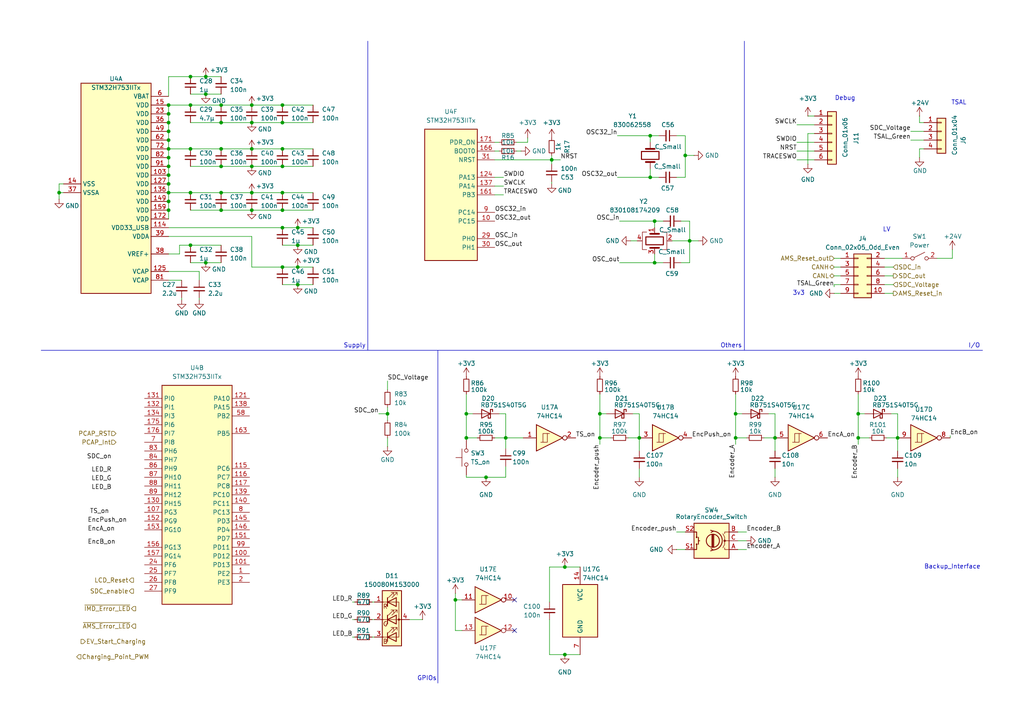
<source format=kicad_sch>
(kicad_sch
	(version 20231120)
	(generator "eeschema")
	(generator_version "8.0")
	(uuid "35b8a975-a1f8-4a47-8395-8e1ea283b386")
	(paper "A4")
	
	(junction
		(at 213.36 127)
		(diameter 0)
		(color 0 0 0 0)
		(uuid "03054f2e-9208-4716-83d7-1967059eae49")
	)
	(junction
		(at 173.99 120.015)
		(diameter 0)
		(color 0 0 0 0)
		(uuid "04edc9c4-6ba3-413b-80a1-5be3abfb178c")
	)
	(junction
		(at 48.895 58.42)
		(diameter 0)
		(color 0 0 0 0)
		(uuid "0639ff6d-0fa4-4a92-9101-ae69b2e89fd2")
	)
	(junction
		(at 135.255 127)
		(diameter 0)
		(color 0 0 0 0)
		(uuid "0da62957-c2c4-4942-91bd-ffb8d4251c5e")
	)
	(junction
		(at 59.69 22.225)
		(diameter 0)
		(color 0 0 0 0)
		(uuid "0fb52946-5285-4acc-80fc-8023aaa28b8f")
	)
	(junction
		(at 55.245 30.48)
		(diameter 0)
		(color 0 0 0 0)
		(uuid "1277a601-4d5f-42fb-a0c5-a1f18ba0016e")
	)
	(junction
		(at 260.35 127)
		(diameter 0)
		(color 0 0 0 0)
		(uuid "1ec9d057-6b69-4bff-b2f9-d0b216a47459")
	)
	(junction
		(at 185.42 127)
		(diameter 0)
		(color 0 0 0 0)
		(uuid "1fbd7fc5-8c6d-4ada-afcb-22c60ceb9e34")
	)
	(junction
		(at 132.08 173.99)
		(diameter 0)
		(color 0 0 0 0)
		(uuid "2372f2f0-8b6b-4ba0-8156-48184e2d7c4f")
	)
	(junction
		(at 163.83 164.465)
		(diameter 0)
		(color 0 0 0 0)
		(uuid "32af624e-2218-4443-87a1-2186e9d667d8")
	)
	(junction
		(at 248.92 120.015)
		(diameter 0)
		(color 0 0 0 0)
		(uuid "37d9dbe4-82b9-4615-805a-2f19a542c56e")
	)
	(junction
		(at 173.99 127)
		(diameter 0)
		(color 0 0 0 0)
		(uuid "384fafa7-2dc2-475f-b12a-20aa52e1d930")
	)
	(junction
		(at 112.395 120.015)
		(diameter 0)
		(color 0 0 0 0)
		(uuid "38d409b5-2312-4643-b1fc-fd0131fce598")
	)
	(junction
		(at 55.245 55.88)
		(diameter 0)
		(color 0 0 0 0)
		(uuid "3a44a5b6-35e6-477b-bf34-724cef99df7e")
	)
	(junction
		(at 48.895 30.48)
		(diameter 0)
		(color 0 0 0 0)
		(uuid "3b2e415b-e57a-4f5e-b680-987d6e0ee75d")
	)
	(junction
		(at 64.135 43.18)
		(diameter 0)
		(color 0 0 0 0)
		(uuid "412c5816-2822-46ca-a32f-61cb431bfe1e")
	)
	(junction
		(at 48.895 33.02)
		(diameter 0)
		(color 0 0 0 0)
		(uuid "430d2d22-0f07-45e6-a066-ebb18e98b45d")
	)
	(junction
		(at 81.915 77.47)
		(diameter 0)
		(color 0 0 0 0)
		(uuid "432f5d77-435d-4ec6-8d84-c3578eca972e")
	)
	(junction
		(at 73.025 48.26)
		(diameter 0)
		(color 0 0 0 0)
		(uuid "43f5a8a8-38be-4f74-81aa-71bbc42e5709")
	)
	(junction
		(at 248.92 127)
		(diameter 0)
		(color 0 0 0 0)
		(uuid "46587df5-c4cb-464f-b081-46b2e985f2df")
	)
	(junction
		(at 86.36 82.55)
		(diameter 0)
		(color 0 0 0 0)
		(uuid "4904ae19-57ee-4766-a793-026af6184969")
	)
	(junction
		(at 48.895 55.88)
		(diameter 0)
		(color 0 0 0 0)
		(uuid "4a33e8c1-b15f-4db0-b29d-1dd2148aad9a")
	)
	(junction
		(at 73.025 55.88)
		(diameter 0)
		(color 0 0 0 0)
		(uuid "4bd9b2ee-526d-4e54-8543-852c7a6f1074")
	)
	(junction
		(at 48.895 38.1)
		(diameter 0)
		(color 0 0 0 0)
		(uuid "4bef900f-dc66-42af-b560-e8cc8d6a6bce")
	)
	(junction
		(at 48.895 35.56)
		(diameter 0)
		(color 0 0 0 0)
		(uuid "4c2b925c-0792-420d-8f18-1f562d9b6ba2")
	)
	(junction
		(at 86.36 71.12)
		(diameter 0)
		(color 0 0 0 0)
		(uuid "4ff38491-b732-4bec-930a-4ca407ceb858")
	)
	(junction
		(at 198.755 45.085)
		(diameter 0)
		(color 0 0 0 0)
		(uuid "556ed635-fced-44e3-845c-f708c990d149")
	)
	(junction
		(at 163.83 189.865)
		(diameter 0)
		(color 0 0 0 0)
		(uuid "57546ade-761b-45ef-9890-daec7eb5d082")
	)
	(junction
		(at 81.915 66.04)
		(diameter 0)
		(color 0 0 0 0)
		(uuid "58f143f7-5a5b-4ff8-89cf-03a63964eb53")
	)
	(junction
		(at 189.865 64.135)
		(diameter 0)
		(color 0 0 0 0)
		(uuid "592f8bd9-4310-4fe4-b840-3718d5a08ff0")
	)
	(junction
		(at 73.025 35.56)
		(diameter 0)
		(color 0 0 0 0)
		(uuid "5a46c399-0f9f-4049-86b9-32bfb792b0a4")
	)
	(junction
		(at 55.245 22.225)
		(diameter 0)
		(color 0 0 0 0)
		(uuid "5ee7831a-b9cd-4699-8b90-ccd7a33a516a")
	)
	(junction
		(at 81.915 60.96)
		(diameter 0)
		(color 0 0 0 0)
		(uuid "62af3ba4-2380-4137-9c4c-8f703fa148db")
	)
	(junction
		(at 224.79 127)
		(diameter 0)
		(color 0 0 0 0)
		(uuid "68357784-7318-43f3-becd-152fcf669e7d")
	)
	(junction
		(at 73.025 30.48)
		(diameter 0)
		(color 0 0 0 0)
		(uuid "6b4ae941-68bd-4806-b564-6051c3e374f6")
	)
	(junction
		(at 48.895 45.72)
		(diameter 0)
		(color 0 0 0 0)
		(uuid "6e7d6e8b-008e-46f2-97bf-300e301fcdc5")
	)
	(junction
		(at 59.69 27.305)
		(diameter 0)
		(color 0 0 0 0)
		(uuid "84972f59-b0b8-441f-aae9-7917b0ac015f")
	)
	(junction
		(at 73.025 43.18)
		(diameter 0)
		(color 0 0 0 0)
		(uuid "84d185bd-171c-460f-91bf-66aa757880e7")
	)
	(junction
		(at 64.135 35.56)
		(diameter 0)
		(color 0 0 0 0)
		(uuid "8a3e42ba-433e-476e-bec8-923cd84f46fb")
	)
	(junction
		(at 48.895 50.8)
		(diameter 0)
		(color 0 0 0 0)
		(uuid "93864b3d-3224-4702-bf3d-2ed04340069c")
	)
	(junction
		(at 86.36 77.47)
		(diameter 0)
		(color 0 0 0 0)
		(uuid "9e0818cf-2913-43d0-81ad-5fd7c6a3ddb1")
	)
	(junction
		(at 140.97 138.43)
		(diameter 0)
		(color 0 0 0 0)
		(uuid "a2af58c6-5f1e-4b3e-b0c0-12a279005486")
	)
	(junction
		(at 64.135 48.26)
		(diameter 0)
		(color 0 0 0 0)
		(uuid "a8da62c7-b5b2-4a05-8568-ce944b258201")
	)
	(junction
		(at 189.865 76.2)
		(diameter 0)
		(color 0 0 0 0)
		(uuid "ac9f37a4-8446-4a5b-a6ff-9f608799a097")
	)
	(junction
		(at 48.895 48.26)
		(diameter 0)
		(color 0 0 0 0)
		(uuid "b510fd1a-117a-465f-a751-9a561bd2ac96")
	)
	(junction
		(at 48.895 40.64)
		(diameter 0)
		(color 0 0 0 0)
		(uuid "b530e2a2-741c-4c76-ace0-7d60e6d206ce")
	)
	(junction
		(at 135.255 120.015)
		(diameter 0)
		(color 0 0 0 0)
		(uuid "b5323042-cbc4-4c6d-8b55-da362d9db400")
	)
	(junction
		(at 81.915 55.88)
		(diameter 0)
		(color 0 0 0 0)
		(uuid "bca7b570-75fa-40a7-a5dd-b415eee9e6fa")
	)
	(junction
		(at 81.915 48.26)
		(diameter 0)
		(color 0 0 0 0)
		(uuid "bcf0274b-9b82-4ddd-b442-da13a9d22e46")
	)
	(junction
		(at 55.245 71.12)
		(diameter 0)
		(color 0 0 0 0)
		(uuid "bdeb1722-eb35-4647-a7e0-350ed2e01785")
	)
	(junction
		(at 200.025 69.85)
		(diameter 0)
		(color 0 0 0 0)
		(uuid "c2234057-b903-484a-a2e3-a32a8859901c")
	)
	(junction
		(at 73.025 60.96)
		(diameter 0)
		(color 0 0 0 0)
		(uuid "c55b6c0a-705b-4ad7-afc8-beda683bc62e")
	)
	(junction
		(at 55.245 43.18)
		(diameter 0)
		(color 0 0 0 0)
		(uuid "ced6b67c-b589-447b-b173-eb3d5278bd77")
	)
	(junction
		(at 86.36 66.04)
		(diameter 0)
		(color 0 0 0 0)
		(uuid "ceeeb9fd-c3cf-438c-9822-df85739f3524")
	)
	(junction
		(at 160.02 46.355)
		(diameter 0)
		(color 0 0 0 0)
		(uuid "d01fb329-49c1-4312-9a86-8c2522e92a75")
	)
	(junction
		(at 188.595 51.435)
		(diameter 0)
		(color 0 0 0 0)
		(uuid "d62f36d0-5342-483c-96b2-d979dd1cfd28")
	)
	(junction
		(at 188.595 39.37)
		(diameter 0)
		(color 0 0 0 0)
		(uuid "d7b6fc6c-855c-4ad5-b8db-ffb1631d4d8e")
	)
	(junction
		(at 17.145 55.88)
		(diameter 0)
		(color 0 0 0 0)
		(uuid "da4a391a-8756-4bbe-ad5d-6a5d7cc0698f")
	)
	(junction
		(at 59.69 76.2)
		(diameter 0)
		(color 0 0 0 0)
		(uuid "dc976682-daa7-427b-b632-e4e6f1b2f4a5")
	)
	(junction
		(at 146.685 127)
		(diameter 0)
		(color 0 0 0 0)
		(uuid "ddd035ed-81df-49e3-9245-82755440f4a5")
	)
	(junction
		(at 48.895 53.34)
		(diameter 0)
		(color 0 0 0 0)
		(uuid "e0d34c7c-a2c8-4d45-a4be-7edc074c7759")
	)
	(junction
		(at 213.36 120.015)
		(diameter 0)
		(color 0 0 0 0)
		(uuid "e28988d6-1ee7-4e20-9f02-35f81af9ff26")
	)
	(junction
		(at 81.915 30.48)
		(diameter 0)
		(color 0 0 0 0)
		(uuid "e6ae9a3e-d48c-4e18-9235-74fe81b4c978")
	)
	(junction
		(at 48.895 60.96)
		(diameter 0)
		(color 0 0 0 0)
		(uuid "eea696d1-0980-4f7d-9ba9-1ff3dcb2b606")
	)
	(junction
		(at 64.135 55.88)
		(diameter 0)
		(color 0 0 0 0)
		(uuid "f3f74bf6-10b1-4218-bfb6-61ef3118c054")
	)
	(junction
		(at 64.135 60.96)
		(diameter 0)
		(color 0 0 0 0)
		(uuid "f5150f2b-4683-49e5-a470-3066104142ee")
	)
	(junction
		(at 48.895 43.18)
		(diameter 0)
		(color 0 0 0 0)
		(uuid "f5abb69e-3023-40b6-8c88-ffed31815111")
	)
	(junction
		(at 64.135 30.48)
		(diameter 0)
		(color 0 0 0 0)
		(uuid "f71381d7-d154-4117-8ffa-0d9e641e8953")
	)
	(junction
		(at 81.915 43.18)
		(diameter 0)
		(color 0 0 0 0)
		(uuid "fa07ce36-60e8-4ebb-8b80-5cc0f863054d")
	)
	(junction
		(at 81.915 35.56)
		(diameter 0)
		(color 0 0 0 0)
		(uuid "fea021c6-6169-4cbd-bd9b-0c0e6e7bdfc0")
	)
	(no_connect
		(at 149.225 182.88)
		(uuid "29403ca2-cc18-4015-b634-200487c369b9")
	)
	(no_connect
		(at 149.225 173.99)
		(uuid "8cf95af1-9033-42fe-8297-3430137568f8")
	)
	(wire
		(pts
			(xy 17.145 53.34) (xy 17.145 55.88)
		)
		(stroke
			(width 0)
			(type default)
		)
		(uuid "032e93c1-425f-4fcb-aba6-03ae1c74082b")
	)
	(wire
		(pts
			(xy 48.895 48.26) (xy 48.895 50.8)
		)
		(stroke
			(width 0)
			(type default)
		)
		(uuid "04debeef-549a-4c39-927b-69f1f0139e70")
	)
	(wire
		(pts
			(xy 102.235 184.785) (xy 102.87 184.785)
		)
		(stroke
			(width 0)
			(type default)
		)
		(uuid "05c2eb4c-a567-4a7b-9a8b-6cba89516905")
	)
	(wire
		(pts
			(xy 163.83 164.465) (xy 159.385 164.465)
		)
		(stroke
			(width 0)
			(type default)
		)
		(uuid "07a82d9a-9ca8-4d08-8726-f180541b7083")
	)
	(wire
		(pts
			(xy 81.915 82.55) (xy 86.36 82.55)
		)
		(stroke
			(width 0)
			(type default)
		)
		(uuid "0897e0f0-120b-400e-bb14-897e40e7b02d")
	)
	(wire
		(pts
			(xy 48.895 43.18) (xy 48.895 45.72)
		)
		(stroke
			(width 0)
			(type default)
		)
		(uuid "097118d6-edc8-4348-b70f-10344c435092")
	)
	(wire
		(pts
			(xy 276.225 74.93) (xy 271.78 74.93)
		)
		(stroke
			(width 0)
			(type default)
		)
		(uuid "0abfaed6-42e2-4ebd-ac06-07b93585aba9")
	)
	(wire
		(pts
			(xy 213.36 127) (xy 213.36 120.015)
		)
		(stroke
			(width 0)
			(type default)
		)
		(uuid "0acb257e-2494-4ba3-9e68-77f675c74b58")
	)
	(wire
		(pts
			(xy 132.08 173.99) (xy 133.985 173.99)
		)
		(stroke
			(width 0)
			(type default)
		)
		(uuid "0c12a21c-7010-4ff8-acfb-f02a5c09dbb8")
	)
	(wire
		(pts
			(xy 146.685 127) (xy 151.765 127)
		)
		(stroke
			(width 0)
			(type default)
		)
		(uuid "0e5f22db-72f3-49e0-b658-3e455ab37c78")
	)
	(wire
		(pts
			(xy 198.755 39.37) (xy 196.215 39.37)
		)
		(stroke
			(width 0)
			(type default)
		)
		(uuid "0f6e8366-0d81-4da7-9f30-62173a06d853")
	)
	(wire
		(pts
			(xy 179.07 51.435) (xy 188.595 51.435)
		)
		(stroke
			(width 0)
			(type default)
		)
		(uuid "0f761e8c-44a9-43ba-8303-ba52fba04da2")
	)
	(wire
		(pts
			(xy 81.915 30.48) (xy 90.805 30.48)
		)
		(stroke
			(width 0)
			(type default)
		)
		(uuid "0fa1f5e0-0ffe-4f7d-bf74-e541cdb35448")
	)
	(wire
		(pts
			(xy 55.245 27.305) (xy 59.69 27.305)
		)
		(stroke
			(width 0)
			(type default)
		)
		(uuid "104524c5-4e85-46bb-8fcf-6e42d9b60b65")
	)
	(wire
		(pts
			(xy 196.215 154.305) (xy 198.755 154.305)
		)
		(stroke
			(width 0)
			(type default)
		)
		(uuid "10bcdded-64db-4cbe-937c-70873d7cfb8e")
	)
	(wire
		(pts
			(xy 188.595 48.895) (xy 188.595 51.435)
		)
		(stroke
			(width 0)
			(type default)
		)
		(uuid "11e88f10-3504-432d-b8ed-d3a2e1236c08")
	)
	(wire
		(pts
			(xy 159.385 179.705) (xy 159.385 189.865)
		)
		(stroke
			(width 0)
			(type default)
		)
		(uuid "12993ed2-1dc1-4d0e-86ff-959c1d8c40f6")
	)
	(wire
		(pts
			(xy 191.135 39.37) (xy 188.595 39.37)
		)
		(stroke
			(width 0)
			(type default)
		)
		(uuid "13465972-5b15-4360-a8d8-10dafd7f715f")
	)
	(wire
		(pts
			(xy 48.895 78.74) (xy 57.785 78.74)
		)
		(stroke
			(width 0)
			(type default)
		)
		(uuid "148b4878-4176-450e-a5d5-e6bfe383516f")
	)
	(wire
		(pts
			(xy 276.225 72.39) (xy 276.225 74.93)
		)
		(stroke
			(width 0)
			(type default)
		)
		(uuid "149f6158-2d55-4904-9005-6a7af8f5b0bd")
	)
	(wire
		(pts
			(xy 48.895 68.58) (xy 73.025 68.58)
		)
		(stroke
			(width 0)
			(type default)
		)
		(uuid "17aaff2b-efe1-44db-8c2b-80df99259895")
	)
	(wire
		(pts
			(xy 266.7 45.72) (xy 266.7 43.18)
		)
		(stroke
			(width 0)
			(type default)
		)
		(uuid "17af4a42-5d6e-4b1d-a623-823e298f89ff")
	)
	(wire
		(pts
			(xy 248.92 127) (xy 248.92 120.015)
		)
		(stroke
			(width 0)
			(type default)
		)
		(uuid "189cc12e-17f9-4ac7-a5e3-046d825e6b14")
	)
	(wire
		(pts
			(xy 86.36 66.04) (xy 90.805 66.04)
		)
		(stroke
			(width 0)
			(type default)
		)
		(uuid "1a1d5fa7-6a93-453f-bf03-bdc034a2e77b")
	)
	(wire
		(pts
			(xy 81.915 55.88) (xy 90.805 55.88)
		)
		(stroke
			(width 0)
			(type default)
		)
		(uuid "1c4dff5e-c946-4edf-b17e-21144a60469e")
	)
	(wire
		(pts
			(xy 241.935 77.47) (xy 243.84 77.47)
		)
		(stroke
			(width 0)
			(type default)
		)
		(uuid "1d2e0e02-2515-4d66-aeb3-65162d89a3f4")
	)
	(wire
		(pts
			(xy 153.035 41.275) (xy 149.86 41.275)
		)
		(stroke
			(width 0)
			(type default)
		)
		(uuid "1f04f8da-308f-4d4b-b645-ba6a9e3ab5d0")
	)
	(wire
		(pts
			(xy 64.135 30.48) (xy 73.025 30.48)
		)
		(stroke
			(width 0)
			(type default)
		)
		(uuid "1faf3668-c96e-4421-a896-b7c77f08f668")
	)
	(wire
		(pts
			(xy 48.895 81.28) (xy 52.705 81.28)
		)
		(stroke
			(width 0)
			(type default)
		)
		(uuid "1ffb5664-1168-4c3c-85d6-4fdbdf0c4e6e")
	)
	(wire
		(pts
			(xy 264.16 38.1) (xy 267.97 38.1)
		)
		(stroke
			(width 0)
			(type default)
		)
		(uuid "24d23fd4-dde8-468b-82b9-b8390fc82a84")
	)
	(wire
		(pts
			(xy 135.255 120.015) (xy 135.255 114.3)
		)
		(stroke
			(width 0)
			(type default)
		)
		(uuid "24dd2109-d885-4f25-9b95-438c9c83cf53")
	)
	(wire
		(pts
			(xy 179.705 76.2) (xy 189.865 76.2)
		)
		(stroke
			(width 0)
			(type default)
		)
		(uuid "253dfb7b-e994-492e-9366-0b579cd2b921")
	)
	(wire
		(pts
			(xy 143.51 56.515) (xy 146.05 56.515)
		)
		(stroke
			(width 0)
			(type default)
		)
		(uuid "2648ca35-0d3b-41fc-a0c7-4426c47646af")
	)
	(wire
		(pts
			(xy 182.245 127) (xy 185.42 127)
		)
		(stroke
			(width 0)
			(type default)
		)
		(uuid "2648ed24-8d46-4019-81af-59cb3d3be6ef")
	)
	(wire
		(pts
			(xy 160.02 45.085) (xy 160.02 46.355)
		)
		(stroke
			(width 0)
			(type default)
		)
		(uuid "26c33951-823a-4537-8b37-6d067360a301")
	)
	(wire
		(pts
			(xy 185.42 127) (xy 185.42 130.81)
		)
		(stroke
			(width 0)
			(type default)
		)
		(uuid "2cdd5f51-0d96-4792-81bb-d51b64b09cb3")
	)
	(wire
		(pts
			(xy 48.895 22.225) (xy 55.245 22.225)
		)
		(stroke
			(width 0)
			(type default)
		)
		(uuid "309416c5-01a5-479d-b151-4aa15c679aae")
	)
	(wire
		(pts
			(xy 73.025 77.47) (xy 81.915 77.47)
		)
		(stroke
			(width 0)
			(type default)
		)
		(uuid "310b3c16-f636-42e3-92d9-8323bba36848")
	)
	(wire
		(pts
			(xy 64.135 35.56) (xy 73.025 35.56)
		)
		(stroke
			(width 0)
			(type default)
		)
		(uuid "330ea2aa-85e8-4ceb-99f4-7100f8ce0417")
	)
	(wire
		(pts
			(xy 160.02 46.355) (xy 162.56 46.355)
		)
		(stroke
			(width 0)
			(type default)
		)
		(uuid "347806f3-c012-4e14-b373-8933bd8734e0")
	)
	(wire
		(pts
			(xy 59.69 22.225) (xy 64.135 22.225)
		)
		(stroke
			(width 0)
			(type default)
		)
		(uuid "36718045-fcd1-41c9-be9f-27d2b1210fea")
	)
	(wire
		(pts
			(xy 64.135 55.88) (xy 73.025 55.88)
		)
		(stroke
			(width 0)
			(type default)
		)
		(uuid "36d2f170-42d7-42b6-bedf-1e807c2cdfa4")
	)
	(wire
		(pts
			(xy 132.08 182.88) (xy 133.985 182.88)
		)
		(stroke
			(width 0)
			(type default)
		)
		(uuid "37e53374-fbe2-4c94-9df6-af2d252aceb1")
	)
	(wire
		(pts
			(xy 215.265 120.015) (xy 213.36 120.015)
		)
		(stroke
			(width 0)
			(type default)
		)
		(uuid "3d2600c5-4b7c-4f1d-afa3-11b5c6dcb5c5")
	)
	(wire
		(pts
			(xy 48.895 40.64) (xy 48.895 43.18)
		)
		(stroke
			(width 0)
			(type default)
		)
		(uuid "3ef07bc0-0d1b-4958-a3ce-4224cfe09f5c")
	)
	(wire
		(pts
			(xy 143.51 43.815) (xy 144.78 43.815)
		)
		(stroke
			(width 0)
			(type default)
		)
		(uuid "403943a3-7606-4350-b9f9-7a83a426e950")
	)
	(wire
		(pts
			(xy 55.245 71.12) (xy 64.135 71.12)
		)
		(stroke
			(width 0)
			(type default)
		)
		(uuid "41a4017a-ed14-481c-94d2-358f975fdabf")
	)
	(wire
		(pts
			(xy 146.685 135.255) (xy 146.685 138.43)
		)
		(stroke
			(width 0)
			(type default)
		)
		(uuid "42a6c1c1-0bec-4a64-ba97-022485632b2c")
	)
	(wire
		(pts
			(xy 196.215 159.385) (xy 198.755 159.385)
		)
		(stroke
			(width 0)
			(type default)
		)
		(uuid "45efd4b5-380f-4cd4-904f-cf4fa9f9daec")
	)
	(wire
		(pts
			(xy 86.36 77.47) (xy 90.805 77.47)
		)
		(stroke
			(width 0)
			(type default)
		)
		(uuid "4744999c-668b-4ef7-aadc-3605c6b773bc")
	)
	(wire
		(pts
			(xy 185.42 120.015) (xy 183.515 120.015)
		)
		(stroke
			(width 0)
			(type default)
		)
		(uuid "49c65d79-8bc2-442d-ab86-201154fc87cc")
	)
	(wire
		(pts
			(xy 241.935 82.55) (xy 243.84 82.55)
		)
		(stroke
			(width 0)
			(type default)
		)
		(uuid "4a8c75fc-97c8-4a4c-ae30-d2dd3740701b")
	)
	(wire
		(pts
			(xy 81.915 66.04) (xy 86.36 66.04)
		)
		(stroke
			(width 0)
			(type default)
		)
		(uuid "4b920d01-933a-491c-99e7-03b14beb823a")
	)
	(wire
		(pts
			(xy 18.415 55.88) (xy 17.145 55.88)
		)
		(stroke
			(width 0)
			(type default)
		)
		(uuid "4d5c3bc0-56ca-42fc-9e4b-f425c7170797")
	)
	(wire
		(pts
			(xy 52.07 73.66) (xy 52.07 71.12)
		)
		(stroke
			(width 0)
			(type default)
		)
		(uuid "50907a1c-ae3b-4cb2-8b1f-a2bbd698e6e7")
	)
	(wire
		(pts
			(xy 198.755 45.085) (xy 198.755 39.37)
		)
		(stroke
			(width 0)
			(type default)
		)
		(uuid "50b98742-cad0-4c19-a7a0-a62a29ac5fcc")
	)
	(wire
		(pts
			(xy 224.79 120.015) (xy 222.885 120.015)
		)
		(stroke
			(width 0)
			(type default)
		)
		(uuid "5191c369-027d-4092-b2b8-93d2603c665e")
	)
	(wire
		(pts
			(xy 260.35 135.89) (xy 260.35 138.43)
		)
		(stroke
			(width 0)
			(type default)
		)
		(uuid "5248ae66-747b-402d-b1e1-3923ddbceb53")
	)
	(wire
		(pts
			(xy 112.395 129.54) (xy 112.395 127)
		)
		(stroke
			(width 0)
			(type default)
		)
		(uuid "55392592-7026-4f7e-ac69-d16b34d6c332")
	)
	(wire
		(pts
			(xy 192.405 64.135) (xy 189.865 64.135)
		)
		(stroke
			(width 0)
			(type default)
		)
		(uuid "555e9d66-742b-4eec-a060-e02888a73929")
	)
	(wire
		(pts
			(xy 146.685 127) (xy 146.685 120.015)
		)
		(stroke
			(width 0)
			(type default)
		)
		(uuid "55cfb840-558a-4935-83f9-4eb19eacb4b8")
	)
	(wire
		(pts
			(xy 143.51 51.435) (xy 146.05 51.435)
		)
		(stroke
			(width 0)
			(type default)
		)
		(uuid "57d04a43-6d2e-4867-91ea-a8b774abf2a0")
	)
	(wire
		(pts
			(xy 189.865 64.135) (xy 189.865 66.04)
		)
		(stroke
			(width 0)
			(type default)
		)
		(uuid "5a7fb71b-fa03-4ad2-9d6d-61e0ee9e0398")
	)
	(wire
		(pts
			(xy 59.69 76.2) (xy 64.135 76.2)
		)
		(stroke
			(width 0)
			(type default)
		)
		(uuid "5aff9e20-a3fa-44e2-b265-1bacc7296e59")
	)
	(polyline
		(pts
			(xy 215.9 11.938) (xy 215.9 101.6)
		)
		(stroke
			(width 0)
			(type default)
		)
		(uuid "5d5a5bf6-27d1-48b9-96a5-b3ec58aa8e29")
	)
	(wire
		(pts
			(xy 160.02 47.625) (xy 160.02 46.355)
		)
		(stroke
			(width 0)
			(type default)
		)
		(uuid "60b71a6b-1157-4946-bc97-0a3329be562e")
	)
	(wire
		(pts
			(xy 163.83 189.865) (xy 168.275 189.865)
		)
		(stroke
			(width 0)
			(type default)
		)
		(uuid "6135ec72-54f1-443e-a5b5-c37342bd387e")
	)
	(wire
		(pts
			(xy 107.95 179.705) (xy 108.585 179.705)
		)
		(stroke
			(width 0)
			(type default)
		)
		(uuid "62b842d4-cccf-48c1-93fb-672495a4281c")
	)
	(wire
		(pts
			(xy 73.025 30.48) (xy 81.915 30.48)
		)
		(stroke
			(width 0)
			(type default)
		)
		(uuid "6303d52b-100d-46f3-a928-30836b82f1cc")
	)
	(wire
		(pts
			(xy 81.915 48.26) (xy 90.805 48.26)
		)
		(stroke
			(width 0)
			(type default)
		)
		(uuid "6396b971-f44f-406f-9e4e-0613cb6bf000")
	)
	(wire
		(pts
			(xy 135.255 127.635) (xy 135.255 127)
		)
		(stroke
			(width 0)
			(type default)
		)
		(uuid "64e3a189-c1ad-459d-995d-a0035f523f27")
	)
	(wire
		(pts
			(xy 112.395 120.015) (xy 109.855 120.015)
		)
		(stroke
			(width 0)
			(type default)
		)
		(uuid "6625ace8-7df0-49fe-be18-552f69797353")
	)
	(wire
		(pts
			(xy 55.245 35.56) (xy 64.135 35.56)
		)
		(stroke
			(width 0)
			(type default)
		)
		(uuid "6806237e-7ade-4701-8b03-154f1dcd585d")
	)
	(wire
		(pts
			(xy 48.895 55.88) (xy 48.895 58.42)
		)
		(stroke
			(width 0)
			(type default)
		)
		(uuid "6a586c9f-68a8-4812-82a9-a5e31d2a3515")
	)
	(wire
		(pts
			(xy 173.99 127) (xy 173.99 120.015)
		)
		(stroke
			(width 0)
			(type default)
		)
		(uuid "6be6246e-4199-4714-be23-b158dcd26c83")
	)
	(wire
		(pts
			(xy 173.99 120.015) (xy 173.99 114.3)
		)
		(stroke
			(width 0)
			(type default)
		)
		(uuid "6d08ff60-dd10-45f6-8a05-095ee98a5730")
	)
	(wire
		(pts
			(xy 118.745 179.705) (xy 122.555 179.705)
		)
		(stroke
			(width 0)
			(type default)
		)
		(uuid "6d45df03-d4db-468d-b940-85424d61490f")
	)
	(wire
		(pts
			(xy 153.035 40.005) (xy 153.035 41.275)
		)
		(stroke
			(width 0)
			(type default)
		)
		(uuid "6d4f3bce-43e5-4382-80fd-e1bf727cadaf")
	)
	(wire
		(pts
			(xy 264.16 40.64) (xy 267.97 40.64)
		)
		(stroke
			(width 0)
			(type default)
		)
		(uuid "6e4c3d8c-0039-454c-9ed5-ebed97a25dfd")
	)
	(wire
		(pts
			(xy 200.025 76.2) (xy 200.025 69.85)
		)
		(stroke
			(width 0)
			(type default)
		)
		(uuid "6e65cf2f-79a8-42d3-a1d9-dc3348bdfd63")
	)
	(wire
		(pts
			(xy 260.35 127) (xy 260.35 130.81)
		)
		(stroke
			(width 0)
			(type default)
		)
		(uuid "6ef6778b-bc85-4d70-ac90-14af113f39b0")
	)
	(wire
		(pts
			(xy 234.315 38.735) (xy 236.22 38.735)
		)
		(stroke
			(width 0)
			(type default)
		)
		(uuid "6f73b510-add9-447a-a656-606690f47875")
	)
	(wire
		(pts
			(xy 189.865 76.2) (xy 192.405 76.2)
		)
		(stroke
			(width 0)
			(type default)
		)
		(uuid "703d9349-c8a4-4a59-8d3d-5b12a6be4b90")
	)
	(wire
		(pts
			(xy 185.42 135.89) (xy 185.42 138.43)
		)
		(stroke
			(width 0)
			(type default)
		)
		(uuid "72e34599-0c42-46a0-9c0b-77a570bf18de")
	)
	(wire
		(pts
			(xy 52.07 71.12) (xy 55.245 71.12)
		)
		(stroke
			(width 0)
			(type default)
		)
		(uuid "73b6ecd5-6c6d-4016-bd27-0a2d8d9f1dcb")
	)
	(wire
		(pts
			(xy 224.79 135.89) (xy 224.79 138.43)
		)
		(stroke
			(width 0)
			(type default)
		)
		(uuid "758d34b8-5e0c-4d3e-a8e7-0bf6f0655aa8")
	)
	(wire
		(pts
			(xy 81.915 77.47) (xy 86.36 77.47)
		)
		(stroke
			(width 0)
			(type default)
		)
		(uuid "75c1b770-6d91-48ed-b5bb-2a7474ec1302")
	)
	(wire
		(pts
			(xy 248.92 120.015) (xy 248.92 114.3)
		)
		(stroke
			(width 0)
			(type default)
		)
		(uuid "75c4b408-7bb5-4316-be8b-144dfb3a0679")
	)
	(wire
		(pts
			(xy 81.915 35.56) (xy 90.805 35.56)
		)
		(stroke
			(width 0)
			(type default)
		)
		(uuid "79b4f1a0-ad3e-42ad-8d4d-96fdacee2d98")
	)
	(wire
		(pts
			(xy 224.79 127) (xy 224.79 120.015)
		)
		(stroke
			(width 0)
			(type default)
		)
		(uuid "7a70a435-d0a5-4728-9fe3-488b103c0ff1")
	)
	(wire
		(pts
			(xy 48.895 73.66) (xy 52.07 73.66)
		)
		(stroke
			(width 0)
			(type default)
		)
		(uuid "7af938fc-d107-4e8b-b420-77fc02771c52")
	)
	(wire
		(pts
			(xy 275.59 127) (xy 275.59 126.365)
		)
		(stroke
			(width 0)
			(type default)
		)
		(uuid "7f725b4f-659d-48ef-a319-985a2cbfb908")
	)
	(wire
		(pts
			(xy 221.615 127) (xy 224.79 127)
		)
		(stroke
			(width 0)
			(type default)
		)
		(uuid "839b782e-28ab-428d-b1be-7822af7b71cb")
	)
	(wire
		(pts
			(xy 179.705 64.135) (xy 189.865 64.135)
		)
		(stroke
			(width 0)
			(type default)
		)
		(uuid "83a55d68-4ab7-4179-9354-0c5cc77b1c73")
	)
	(wire
		(pts
			(xy 64.135 48.26) (xy 73.025 48.26)
		)
		(stroke
			(width 0)
			(type default)
		)
		(uuid "84e3fdd0-3727-441e-a756-9e0c64b0f45f")
	)
	(polyline
		(pts
			(xy 106.68 11.938) (xy 106.68 101.6)
		)
		(stroke
			(width 0)
			(type default)
		)
		(uuid "84f38b85-0f5d-4a4b-80bb-696a14d4aafa")
	)
	(wire
		(pts
			(xy 140.97 138.43) (xy 146.685 138.43)
		)
		(stroke
			(width 0)
			(type default)
		)
		(uuid "86313ec9-c45c-40da-8b43-e3bfab508203")
	)
	(wire
		(pts
			(xy 248.92 127) (xy 252.095 127)
		)
		(stroke
			(width 0)
			(type default)
		)
		(uuid "86947a20-bfbb-470f-ade3-d9f6007b69ac")
	)
	(wire
		(pts
			(xy 143.51 53.975) (xy 146.05 53.975)
		)
		(stroke
			(width 0)
			(type default)
		)
		(uuid "88b8f5b6-3715-41e0-a3a8-0d0e3a6c1e02")
	)
	(wire
		(pts
			(xy 168.275 164.465) (xy 163.83 164.465)
		)
		(stroke
			(width 0)
			(type default)
		)
		(uuid "89e32d00-bc94-4885-82e0-5dd30728688e")
	)
	(wire
		(pts
			(xy 48.895 66.04) (xy 81.915 66.04)
		)
		(stroke
			(width 0)
			(type default)
		)
		(uuid "8b6d86c8-a76b-4172-a3e3-318a9ff50aa3")
	)
	(polyline
		(pts
			(xy 127 101.6) (xy 127 198.12)
		)
		(stroke
			(width 0)
			(type default)
		)
		(uuid "8bcf0b4a-6f01-4a5f-b0f5-c84531e850c3")
	)
	(wire
		(pts
			(xy 260.35 120.015) (xy 258.445 120.015)
		)
		(stroke
			(width 0)
			(type default)
		)
		(uuid "8c19e9ff-e4ef-4483-a680-8e6b2961edcb")
	)
	(wire
		(pts
			(xy 213.36 127) (xy 216.535 127)
		)
		(stroke
			(width 0)
			(type default)
		)
		(uuid "8c3414c8-1f18-4d52-9d18-92efb010e968")
	)
	(wire
		(pts
			(xy 102.235 174.625) (xy 102.87 174.625)
		)
		(stroke
			(width 0)
			(type default)
		)
		(uuid "8ebbf762-fbce-49fe-bfeb-dcdacafb24c4")
	)
	(wire
		(pts
			(xy 231.14 41.275) (xy 236.22 41.275)
		)
		(stroke
			(width 0)
			(type default)
		)
		(uuid "9010c615-b8dc-48be-91ed-68e32181e1d7")
	)
	(wire
		(pts
			(xy 189.865 73.66) (xy 189.865 76.2)
		)
		(stroke
			(width 0)
			(type default)
		)
		(uuid "901b9b2d-ac73-44b7-895b-ec05897b6639")
	)
	(wire
		(pts
			(xy 200.025 69.85) (xy 202.565 69.85)
		)
		(stroke
			(width 0)
			(type default)
		)
		(uuid "9093e411-b067-4966-8fa8-328292f3ebea")
	)
	(wire
		(pts
			(xy 48.895 53.34) (xy 48.895 55.88)
		)
		(stroke
			(width 0)
			(type default)
		)
		(uuid "90b8ebde-31c8-4847-a287-5f7fd9675ba3")
	)
	(wire
		(pts
			(xy 243.84 85.09) (xy 241.935 85.09)
		)
		(stroke
			(width 0)
			(type default)
		)
		(uuid "91741062-b740-4586-b9f4-922451ae440c")
	)
	(wire
		(pts
			(xy 173.99 128.905) (xy 173.99 127)
		)
		(stroke
			(width 0)
			(type default)
		)
		(uuid "964c4c95-0edc-42d0-810d-ad4479439d49")
	)
	(wire
		(pts
			(xy 86.36 71.12) (xy 90.805 71.12)
		)
		(stroke
			(width 0)
			(type default)
		)
		(uuid "973662df-2e27-4c95-a259-713a9d128e46")
	)
	(wire
		(pts
			(xy 159.385 164.465) (xy 159.385 174.625)
		)
		(stroke
			(width 0)
			(type default)
		)
		(uuid "978df144-cdde-4d69-8b01-c4fe7024360a")
	)
	(wire
		(pts
			(xy 188.595 51.435) (xy 191.135 51.435)
		)
		(stroke
			(width 0)
			(type default)
		)
		(uuid "97ede80a-b5b1-4149-b441-4a9a24261021")
	)
	(wire
		(pts
			(xy 17.145 55.88) (xy 17.145 57.785)
		)
		(stroke
			(width 0)
			(type default)
		)
		(uuid "98d5f97d-76ee-4339-9fcb-0aad1bffdd91")
	)
	(wire
		(pts
			(xy 266.7 33.655) (xy 266.7 35.56)
		)
		(stroke
			(width 0)
			(type default)
		)
		(uuid "9b45f6d1-d5f6-49df-b13f-a61d564c7e69")
	)
	(wire
		(pts
			(xy 200.025 69.85) (xy 194.945 69.85)
		)
		(stroke
			(width 0)
			(type default)
		)
		(uuid "9cc1ff3f-cefe-4a7e-b237-e926d6edbe05")
	)
	(wire
		(pts
			(xy 266.7 35.56) (xy 267.97 35.56)
		)
		(stroke
			(width 0)
			(type default)
		)
		(uuid "9d514266-0ddd-4350-a00d-f23dcaf52f6f")
	)
	(wire
		(pts
			(xy 241.935 83.185) (xy 241.935 82.55)
		)
		(stroke
			(width 0)
			(type default)
		)
		(uuid "9f544dbe-c4bf-4ea9-ae26-92987485c5f5")
	)
	(wire
		(pts
			(xy 48.895 45.72) (xy 48.895 48.26)
		)
		(stroke
			(width 0)
			(type default)
		)
		(uuid "9f9ae461-b89c-4786-9861-dda1960da6f7")
	)
	(wire
		(pts
			(xy 55.245 22.225) (xy 59.69 22.225)
		)
		(stroke
			(width 0)
			(type default)
		)
		(uuid "a10ab475-065e-44da-aa1e-4acd1b79678e")
	)
	(wire
		(pts
			(xy 73.025 60.96) (xy 81.915 60.96)
		)
		(stroke
			(width 0)
			(type default)
		)
		(uuid "a1794c33-030e-4353-b243-ecbb43184f8d")
	)
	(wire
		(pts
			(xy 146.685 127) (xy 146.685 130.175)
		)
		(stroke
			(width 0)
			(type default)
		)
		(uuid "a492a2d2-690f-48ce-8b67-44ff70ef9cd0")
	)
	(wire
		(pts
			(xy 81.915 71.12) (xy 86.36 71.12)
		)
		(stroke
			(width 0)
			(type default)
		)
		(uuid "a5b56033-b81b-415f-a7ab-e84f87f8230e")
	)
	(wire
		(pts
			(xy 200.025 69.85) (xy 200.025 64.135)
		)
		(stroke
			(width 0)
			(type default)
		)
		(uuid "a5ffdd7d-d73d-4f19-a48a-67b6dccc47b4")
	)
	(wire
		(pts
			(xy 112.395 113.03) (xy 112.395 110.49)
		)
		(stroke
			(width 0)
			(type default)
		)
		(uuid "a718020f-1fd0-4ca7-bf42-8f95f5bffabc")
	)
	(wire
		(pts
			(xy 143.51 46.355) (xy 160.02 46.355)
		)
		(stroke
			(width 0)
			(type default)
		)
		(uuid "a7538366-43ba-4f57-a90e-c52e3d942daa")
	)
	(wire
		(pts
			(xy 135.255 138.43) (xy 135.255 137.795)
		)
		(stroke
			(width 0)
			(type default)
		)
		(uuid "a87a4e21-be8f-4c97-aa39-590f7357b5aa")
	)
	(wire
		(pts
			(xy 55.245 30.48) (xy 64.135 30.48)
		)
		(stroke
			(width 0)
			(type default)
		)
		(uuid "a904c53b-8e3e-4bc5-a27f-7383e8f2953d")
	)
	(wire
		(pts
			(xy 260.35 127) (xy 260.35 120.015)
		)
		(stroke
			(width 0)
			(type default)
		)
		(uuid "a9068bf5-f10c-47f0-993f-76eee5b0d4a3")
	)
	(wire
		(pts
			(xy 256.54 74.93) (xy 261.62 74.93)
		)
		(stroke
			(width 0)
			(type default)
		)
		(uuid "aa32e37b-0a16-4d8d-9d0d-b8b5ce96dcc7")
	)
	(wire
		(pts
			(xy 248.92 128.905) (xy 248.92 127)
		)
		(stroke
			(width 0)
			(type default)
		)
		(uuid "abc310cb-857c-4753-b28e-44fa907af802")
	)
	(wire
		(pts
			(xy 73.025 35.56) (xy 81.915 35.56)
		)
		(stroke
			(width 0)
			(type default)
		)
		(uuid "abd2ae2c-7f6e-41ad-b5a6-a31e8ed94f3d")
	)
	(wire
		(pts
			(xy 173.99 127) (xy 177.165 127)
		)
		(stroke
			(width 0)
			(type default)
		)
		(uuid "ac89e3fd-dd43-4a14-8ceb-8cbdca514b96")
	)
	(wire
		(pts
			(xy 55.245 55.88) (xy 64.135 55.88)
		)
		(stroke
			(width 0)
			(type default)
		)
		(uuid "ae0acb81-b15c-450b-a2ac-387ea9ab04b3")
	)
	(wire
		(pts
			(xy 48.895 43.18) (xy 55.245 43.18)
		)
		(stroke
			(width 0)
			(type default)
		)
		(uuid "aff8a17b-3015-4cf1-8e0d-8ef617a730ba")
	)
	(wire
		(pts
			(xy 198.755 45.085) (xy 201.295 45.085)
		)
		(stroke
			(width 0)
			(type default)
		)
		(uuid "b02cc84c-3b43-429e-8e86-e6e1d1ce361b")
	)
	(wire
		(pts
			(xy 48.895 30.48) (xy 48.895 33.02)
		)
		(stroke
			(width 0)
			(type default)
		)
		(uuid "b1ae31fb-1a94-46ff-a0d3-79e8bfa3c878")
	)
	(wire
		(pts
			(xy 73.025 68.58) (xy 73.025 77.47)
		)
		(stroke
			(width 0)
			(type default)
		)
		(uuid "b1dc4209-40df-4759-aea9-c51c8866f739")
	)
	(wire
		(pts
			(xy 59.69 27.305) (xy 64.135 27.305)
		)
		(stroke
			(width 0)
			(type default)
		)
		(uuid "b3d8913f-1aa7-40ac-99a2-1b72070425a2")
	)
	(wire
		(pts
			(xy 184.785 69.85) (xy 182.88 69.85)
		)
		(stroke
			(width 0)
			(type default)
		)
		(uuid "b44ddd19-f7b2-4443-823a-1c3e203348e6")
	)
	(wire
		(pts
			(xy 135.255 127) (xy 135.255 120.015)
		)
		(stroke
			(width 0)
			(type default)
		)
		(uuid "b7cba170-70ae-4972-b3c4-430afeae4177")
	)
	(wire
		(pts
			(xy 48.895 38.1) (xy 48.895 40.64)
		)
		(stroke
			(width 0)
			(type default)
		)
		(uuid "b9134148-0f84-422d-a32b-3fcf769797f7")
	)
	(wire
		(pts
			(xy 266.7 43.18) (xy 267.97 43.18)
		)
		(stroke
			(width 0)
			(type default)
		)
		(uuid "ba6006e7-4dd6-47cd-9a49-d472237f9fca")
	)
	(wire
		(pts
			(xy 175.895 120.015) (xy 173.99 120.015)
		)
		(stroke
			(width 0)
			(type default)
		)
		(uuid "baeb7b60-9c99-42da-954b-285a5d08ccdd")
	)
	(wire
		(pts
			(xy 259.08 80.01) (xy 256.54 80.01)
		)
		(stroke
			(width 0)
			(type default)
		)
		(uuid "be3e7755-9ddd-4e14-bf63-c382e9a0fa96")
	)
	(wire
		(pts
			(xy 257.175 127) (xy 260.35 127)
		)
		(stroke
			(width 0)
			(type default)
		)
		(uuid "be9589eb-4df5-4c13-b58e-20a279090754")
	)
	(wire
		(pts
			(xy 137.16 120.015) (xy 135.255 120.015)
		)
		(stroke
			(width 0)
			(type default)
		)
		(uuid "c027cedb-0ebe-43e6-a27b-7a3ebdb42a87")
	)
	(wire
		(pts
			(xy 198.755 51.435) (xy 198.755 45.085)
		)
		(stroke
			(width 0)
			(type default)
		)
		(uuid "c05031d1-c5f7-4e32-97ca-5bd564c91da7")
	)
	(wire
		(pts
			(xy 64.135 43.18) (xy 73.025 43.18)
		)
		(stroke
			(width 0)
			(type default)
		)
		(uuid "c1d25501-d3fe-4f7d-9654-beb2d3627ac7")
	)
	(polyline
		(pts
			(xy 11.938 101.6) (xy 284.988 101.6)
		)
		(stroke
			(width 0)
			(type default)
		)
		(uuid "c26f9d12-bed4-45ec-9b5b-c8deae82dbc8")
	)
	(wire
		(pts
			(xy 112.395 121.92) (xy 112.395 120.015)
		)
		(stroke
			(width 0)
			(type default)
		)
		(uuid "c31f2617-caa5-4a7d-990a-868a5a780034")
	)
	(wire
		(pts
			(xy 48.895 27.94) (xy 48.895 22.225)
		)
		(stroke
			(width 0)
			(type default)
		)
		(uuid "c3796c48-a789-4b20-a083-0e1d425deda3")
	)
	(wire
		(pts
			(xy 231.14 36.195) (xy 236.22 36.195)
		)
		(stroke
			(width 0)
			(type default)
		)
		(uuid "c4cc7595-e852-46e0-a31f-7880cd8d32d8")
	)
	(wire
		(pts
			(xy 259.08 77.47) (xy 256.54 77.47)
		)
		(stroke
			(width 0)
			(type default)
		)
		(uuid "c65c5f2c-0fbe-4cfe-bc9d-11f7ed508b7e")
	)
	(wire
		(pts
			(xy 73.025 48.26) (xy 81.915 48.26)
		)
		(stroke
			(width 0)
			(type default)
		)
		(uuid "c669eee8-cc24-42bd-ab09-308673a75537")
	)
	(wire
		(pts
			(xy 57.785 86.36) (xy 57.785 86.995)
		)
		(stroke
			(width 0)
			(type default)
		)
		(uuid "c68610c4-f28d-43f9-bfa1-f701535aa437")
	)
	(wire
		(pts
			(xy 159.385 189.865) (xy 163.83 189.865)
		)
		(stroke
			(width 0)
			(type default)
		)
		(uuid "c6ac5b37-fed8-4471-a7d6-cd08d01fc0c8")
	)
	(wire
		(pts
			(xy 188.595 39.37) (xy 188.595 41.275)
		)
		(stroke
			(width 0)
			(type default)
		)
		(uuid "c746e32e-dd45-4e64-bb62-4f908a2c0b2f")
	)
	(wire
		(pts
			(xy 216.535 154.305) (xy 213.995 154.305)
		)
		(stroke
			(width 0)
			(type default)
		)
		(uuid "c767a549-db88-4047-86e1-262e69804411")
	)
	(wire
		(pts
			(xy 48.895 33.02) (xy 48.895 35.56)
		)
		(stroke
			(width 0)
			(type default)
		)
		(uuid "c7bd5086-ca38-44f5-870f-2f752df89d1b")
	)
	(wire
		(pts
			(xy 55.245 43.18) (xy 64.135 43.18)
		)
		(stroke
			(width 0)
			(type default)
		)
		(uuid "ca072fd7-5b8b-471b-929e-2aa276017629")
	)
	(wire
		(pts
			(xy 234.315 47.625) (xy 234.315 38.735)
		)
		(stroke
			(width 0)
			(type default)
		)
		(uuid "cb602a9a-e333-405a-af64-80e46bab2e85")
	)
	(wire
		(pts
			(xy 213.36 120.015) (xy 213.36 114.3)
		)
		(stroke
			(width 0)
			(type default)
		)
		(uuid "cb7418fc-117e-4226-9dc6-3304eeda79c0")
	)
	(wire
		(pts
			(xy 112.395 120.015) (xy 112.395 118.11)
		)
		(stroke
			(width 0)
			(type default)
		)
		(uuid "cb9574ab-64dd-46d6-a9d1-512c2e4f69a6")
	)
	(wire
		(pts
			(xy 179.07 39.37) (xy 188.595 39.37)
		)
		(stroke
			(width 0)
			(type default)
		)
		(uuid "cd8fa5a3-5d22-4ddb-bd0b-3b2a0b73f9b3")
	)
	(wire
		(pts
			(xy 48.895 55.88) (xy 55.245 55.88)
		)
		(stroke
			(width 0)
			(type default)
		)
		(uuid "cda3a489-d178-47ca-abe0-0bf76d56af84")
	)
	(wire
		(pts
			(xy 143.51 127) (xy 146.685 127)
		)
		(stroke
			(width 0)
			(type default)
		)
		(uuid "ce526e11-2e15-4ca6-8907-b394c9561c80")
	)
	(wire
		(pts
			(xy 48.895 60.96) (xy 48.895 63.5)
		)
		(stroke
			(width 0)
			(type default)
		)
		(uuid "cec41447-85b6-4ac7-b3a5-8aa14144188b")
	)
	(wire
		(pts
			(xy 250.825 120.015) (xy 248.92 120.015)
		)
		(stroke
			(width 0)
			(type default)
		)
		(uuid "cfb46639-dcb6-4700-b96f-5a5140d2fc2c")
	)
	(wire
		(pts
			(xy 146.685 120.015) (xy 144.78 120.015)
		)
		(stroke
			(width 0)
			(type default)
		)
		(uuid "d03c7390-ee51-47de-af25-0852eedf58ef")
	)
	(wire
		(pts
			(xy 55.245 60.96) (xy 64.135 60.96)
		)
		(stroke
			(width 0)
			(type default)
		)
		(uuid "d0fa1f4f-f2c3-4549-998f-7bcb2345509c")
	)
	(wire
		(pts
			(xy 234.315 33.655) (xy 236.22 33.655)
		)
		(stroke
			(width 0)
			(type default)
		)
		(uuid "d13cd28e-96c7-44e9-bcf1-4f2af7fb67e9")
	)
	(wire
		(pts
			(xy 160.02 52.705) (xy 160.02 53.34)
		)
		(stroke
			(width 0)
			(type default)
		)
		(uuid "d2e81d6d-e150-4e35-b4a7-c843b4959144")
	)
	(wire
		(pts
			(xy 81.915 60.96) (xy 90.805 60.96)
		)
		(stroke
			(width 0)
			(type default)
		)
		(uuid "d52f6f76-ef25-42a8-ab24-76ceda00ecad")
	)
	(wire
		(pts
			(xy 55.245 76.2) (xy 59.69 76.2)
		)
		(stroke
			(width 0)
			(type default)
		)
		(uuid "d632a0bf-e946-4176-9916-d48012581cbd")
	)
	(wire
		(pts
			(xy 213.995 156.845) (xy 216.535 156.845)
		)
		(stroke
			(width 0)
			(type default)
		)
		(uuid "d6bf925a-b221-4fb1-a428-1221c275a1af")
	)
	(wire
		(pts
			(xy 102.235 179.705) (xy 102.87 179.705)
		)
		(stroke
			(width 0)
			(type default)
		)
		(uuid "d7e7fa18-61a0-48c0-b477-7dc555de07c2")
	)
	(wire
		(pts
			(xy 48.895 50.8) (xy 48.895 53.34)
		)
		(stroke
			(width 0)
			(type default)
		)
		(uuid "d8072cc1-08a8-4a90-905e-712192f81eca")
	)
	(wire
		(pts
			(xy 48.895 58.42) (xy 48.895 60.96)
		)
		(stroke
			(width 0)
			(type default)
		)
		(uuid "d8b341ac-5908-4112-9f04-380cbb665643")
	)
	(wire
		(pts
			(xy 132.08 172.085) (xy 132.08 173.99)
		)
		(stroke
			(width 0)
			(type default)
		)
		(uuid "dbd9aca5-2055-42e5-b678-9cf2a49030fc")
	)
	(wire
		(pts
			(xy 17.145 53.34) (xy 18.415 53.34)
		)
		(stroke
			(width 0)
			(type default)
		)
		(uuid "dc8875f4-e90d-41ba-98eb-f6bc189c2a73")
	)
	(wire
		(pts
			(xy 259.08 85.09) (xy 256.54 85.09)
		)
		(stroke
			(width 0)
			(type default)
		)
		(uuid "dcfbe970-5ac3-44c1-a072-27b6663d5232")
	)
	(wire
		(pts
			(xy 48.895 35.56) (xy 48.895 38.1)
		)
		(stroke
			(width 0)
			(type default)
		)
		(uuid "dd73ee35-d392-4efd-8a07-2bf45bf4cec6")
	)
	(wire
		(pts
			(xy 107.95 184.785) (xy 108.585 184.785)
		)
		(stroke
			(width 0)
			(type default)
		)
		(uuid "de5d50de-8f86-4dd4-af3b-242266029e37")
	)
	(wire
		(pts
			(xy 73.025 55.88) (xy 81.915 55.88)
		)
		(stroke
			(width 0)
			(type default)
		)
		(uuid "de7b5edf-77b4-435d-9d0d-948820ce13f4")
	)
	(wire
		(pts
			(xy 256.54 82.55) (xy 259.08 82.55)
		)
		(stroke
			(width 0)
			(type default)
		)
		(uuid "df67d0e7-4cd8-4f2a-98d6-52325d4b6123")
	)
	(wire
		(pts
			(xy 86.36 82.55) (xy 90.805 82.55)
		)
		(stroke
			(width 0)
			(type default)
		)
		(uuid "e40c90e3-bbe3-461e-b749-c0e92b8238ba")
	)
	(wire
		(pts
			(xy 81.915 43.18) (xy 90.805 43.18)
		)
		(stroke
			(width 0)
			(type default)
		)
		(
... [195760 chars truncated]
</source>
